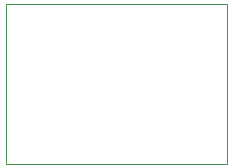
<source format=gbr>
G04 #@! TF.GenerationSoftware,KiCad,Pcbnew,(5.1.5)-3*
G04 #@! TF.CreationDate,2020-05-27T19:43:43+09:00*
G04 #@! TF.ProjectId,FMU3_Sensors_make,464d5533-5f53-4656-9e73-6f72735f6d61,rev?*
G04 #@! TF.SameCoordinates,Original*
G04 #@! TF.FileFunction,Profile,NP*
%FSLAX46Y46*%
G04 Gerber Fmt 4.6, Leading zero omitted, Abs format (unit mm)*
G04 Created by KiCad (PCBNEW (5.1.5)-3) date 2020-05-27 19:43:43*
%MOMM*%
%LPD*%
G04 APERTURE LIST*
%ADD10C,0.050000*%
G04 APERTURE END LIST*
D10*
X126500000Y-48000000D02*
X126500000Y-34500000D01*
X145250000Y-48000000D02*
X126500000Y-48000000D01*
X145250000Y-34500000D02*
X145250000Y-48000000D01*
X126500000Y-34500000D02*
X145250000Y-34500000D01*
M02*

</source>
